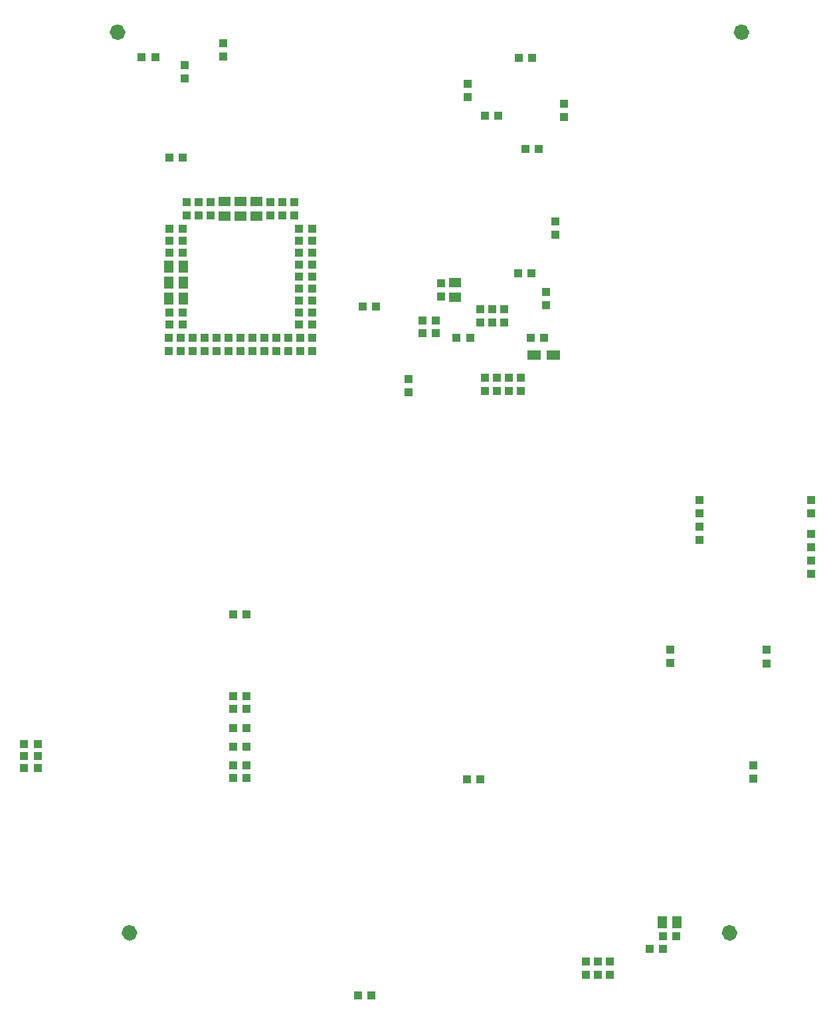
<source format=gbp>
%FSLAX42Y42*%
%MOMM*%
G71*
G01*
G75*
G04 Layer_Color=128*
%ADD10C,1.00*%
%ADD11C,0.25*%
%ADD12R,1.00X1.10*%
%ADD13R,0.60X2.20*%
%ADD14R,1.10X1.00*%
%ADD15C,0.90*%
%ADD16R,2.00X1.80*%
%ADD17R,4.10X4.10*%
%ADD18R,1.55X1.30*%
%ADD19R,1.50X2.15*%
%ADD20R,2.30X2.30*%
%ADD21R,0.25X1.00*%
%ADD22R,1.00X0.25*%
%ADD23R,2.20X0.60*%
%ADD24R,0.30X1.75*%
%ADD25R,1.75X0.30*%
%ADD26R,6.20X6.20*%
%ADD27R,1.35X0.60*%
%ADD28R,1.35X1.00*%
%ADD29R,1.40X0.60*%
%ADD30R,1.50X0.60*%
%ADD31R,1.85X0.35*%
%ADD32R,0.35X1.55*%
%ADD33R,1.80X0.30*%
%ADD34R,0.30X1.80*%
%ADD35R,2.03X0.66*%
%ADD36R,2.75X1.00*%
%ADD37R,1.02X1.91*%
%ADD38R,2.45X2.40*%
%ADD39R,1.80X2.40*%
%ADD40R,1.70X0.50*%
%ADD41R,2.79X3.81*%
%ADD42R,4.60X1.80*%
%ADD43R,1.80X1.60*%
%ADD44R,2.55X2.45*%
%ADD45R,1.50X1.30*%
%ADD46R,1.80X3.20*%
%ADD47R,3.30X2.20*%
%ADD48R,0.65X2.20*%
%ADD49R,5.50X1.50*%
%ADD50R,1.80X2.00*%
%ADD51R,1.30X1.50*%
%ADD52R,0.70X0.90*%
%ADD53R,0.90X0.70*%
%ADD54R,1.00X1.40*%
%ADD55R,1.30X1.55*%
%ADD56R,0.60X1.40*%
%ADD57R,2.50X1.30*%
%ADD58R,1.00X1.70*%
%ADD59R,1.70X1.30*%
%ADD60R,1.20X0.80*%
%ADD61C,0.51*%
%ADD62C,0.64*%
%ADD63C,1.02*%
%ADD64C,2.50*%
%ADD65R,2.50X2.50*%
%ADD66C,3.30*%
%ADD67C,1.80*%
%ADD68R,1.80X1.80*%
%ADD69R,4.00X2.00*%
%ADD70R,2.00X4.00*%
%ADD71R,4.50X2.00*%
%ADD72C,3.50*%
%ADD73C,1.60*%
%ADD74C,1.90*%
%ADD75C,1.40*%
%ADD76C,2.40*%
%ADD77C,1.52*%
%ADD78C,0.60*%
%ADD79C,0.66*%
%ADD80C,4.00*%
%ADD81C,0.76*%
%ADD82C,2.52*%
%ADD83C,4.32*%
%ADD84C,2.12*%
%ADD85O,4.52X2.02*%
%ADD86C,2.02*%
%ADD87C,2.92*%
%ADD88C,2.42*%
%ADD89C,1.92*%
%ADD90C,1.32*%
%ADD91C,1.82*%
%ADD92C,3.52*%
%ADD93C,3.32*%
%ADD94O,4.02X2.02*%
%ADD95O,2.02X4.02*%
%ADD96C,2.73*%
%ADD97C,1.35*%
%ADD98R,1.80X1.25*%
%ADD99C,0.10*%
%ADD100C,0.25*%
%ADD101C,0.20*%
%ADD102C,0.60*%
%ADD103C,0.13*%
%ADD104C,0.03*%
%ADD105C,0.10*%
%ADD106C,0.55*%
%ADD107C,0.15*%
%ADD108R,1.42X0.36*%
%ADD109R,0.36X1.42*%
%ADD110R,2.51X8.92*%
%ADD111C,3.39*%
%ADD112R,1.20X1.30*%
%ADD113R,0.80X2.40*%
%ADD114R,1.30X1.20*%
%ADD115C,1.10*%
%ADD116R,2.20X2.00*%
%ADD117R,4.30X4.30*%
%ADD118R,1.75X1.50*%
%ADD119R,1.65X2.30*%
%ADD120R,2.50X2.50*%
%ADD121R,0.45X1.20*%
%ADD122R,1.20X0.45*%
%ADD123R,2.40X0.80*%
%ADD124R,0.50X1.95*%
%ADD125R,1.95X0.50*%
%ADD126R,6.40X6.40*%
%ADD127R,1.55X0.80*%
%ADD128R,1.55X1.20*%
%ADD129R,1.60X0.80*%
%ADD130R,1.70X0.80*%
%ADD131R,2.05X0.55*%
%ADD132R,0.55X1.75*%
%ADD133R,2.00X0.50*%
%ADD134R,0.50X2.00*%
%ADD135R,2.24X0.86*%
%ADD136R,2.95X1.20*%
%ADD137R,1.22X2.11*%
%ADD138R,2.65X2.60*%
%ADD139R,2.00X2.60*%
%ADD140R,1.90X0.70*%
%ADD141R,3.00X4.01*%
%ADD142R,4.80X2.00*%
%ADD143R,2.00X1.80*%
%ADD144R,2.75X2.65*%
%ADD145R,1.70X1.50*%
%ADD146R,2.00X3.40*%
%ADD147R,3.50X2.40*%
%ADD148R,0.85X2.40*%
%ADD149R,5.70X1.70*%
%ADD150R,2.00X2.20*%
%ADD151R,1.50X1.70*%
%ADD152R,0.90X1.10*%
%ADD153R,1.10X0.90*%
%ADD154R,1.20X1.60*%
%ADD155R,1.50X1.75*%
%ADD156R,0.80X1.60*%
%ADD157R,2.70X1.50*%
%ADD158R,1.20X1.90*%
%ADD159R,1.90X1.50*%
%ADD160R,1.40X1.00*%
%ADD161C,2.70*%
%ADD162R,2.70X2.70*%
%ADD163C,3.50*%
%ADD164C,2.00*%
%ADD165R,2.00X2.00*%
%ADD166R,4.20X2.20*%
%ADD167R,2.20X4.20*%
%ADD168R,4.70X2.20*%
%ADD169C,3.70*%
%ADD170C,1.80*%
%ADD171C,2.10*%
%ADD172C,1.60*%
%ADD173C,2.60*%
%ADD174C,1.73*%
%ADD175C,4.20*%
%ADD176R,2.00X1.45*%
%ADD177C,0.86*%
D10*
X9374Y2654D02*
G03*
X9374Y2654I-50J0D01*
G01*
X9526Y14122D02*
G03*
X9526Y14122I-50J0D01*
G01*
X1726Y2654D02*
G03*
X1726Y2654I-50J0D01*
G01*
X1574Y14122D02*
G03*
X1574Y14122I-50J0D01*
G01*
D12*
X6660Y9724D02*
D03*
Y9554D02*
D03*
X6203Y9554D02*
D03*
Y9724D02*
D03*
X6355Y9724D02*
D03*
Y9554D02*
D03*
X6507Y9724D02*
D03*
Y9554D02*
D03*
X7213Y13214D02*
D03*
Y13044D02*
D03*
X5990Y13296D02*
D03*
Y13466D02*
D03*
X5231Y9706D02*
D03*
Y9536D02*
D03*
X7104Y11713D02*
D03*
Y11543D02*
D03*
X7645Y2290D02*
D03*
Y2120D02*
D03*
X7493Y2290D02*
D03*
Y2120D02*
D03*
X7798Y2290D02*
D03*
Y2120D02*
D03*
X2378Y13530D02*
D03*
Y13700D02*
D03*
X2332Y10230D02*
D03*
Y10060D02*
D03*
X2942Y10230D02*
D03*
Y10060D02*
D03*
X2408Y11787D02*
D03*
Y11957D02*
D03*
X3627Y11787D02*
D03*
Y11957D02*
D03*
X3094Y10230D02*
D03*
Y10060D02*
D03*
X3551Y10230D02*
D03*
Y10060D02*
D03*
X3704Y10230D02*
D03*
Y10060D02*
D03*
X3246Y10230D02*
D03*
Y10060D02*
D03*
X2789Y10230D02*
D03*
Y10060D02*
D03*
X2180Y10230D02*
D03*
Y10060D02*
D03*
X4008Y10230D02*
D03*
Y10060D02*
D03*
X3856Y10230D02*
D03*
Y10060D02*
D03*
X3780Y11787D02*
D03*
Y11957D02*
D03*
X2637Y10230D02*
D03*
Y10060D02*
D03*
X2713Y11787D02*
D03*
Y11957D02*
D03*
X2561Y11787D02*
D03*
Y11957D02*
D03*
X3475Y11787D02*
D03*
Y11957D02*
D03*
X3399Y10230D02*
D03*
Y10060D02*
D03*
X2484Y10230D02*
D03*
Y10060D02*
D03*
X6297Y10593D02*
D03*
Y10423D02*
D03*
X6449Y10593D02*
D03*
Y10423D02*
D03*
X5647Y10758D02*
D03*
Y10928D02*
D03*
X6985Y10817D02*
D03*
Y10646D02*
D03*
X6144Y10423D02*
D03*
Y10593D02*
D03*
X9627Y4620D02*
D03*
Y4790D02*
D03*
X2870Y13809D02*
D03*
Y13979D02*
D03*
X10363Y7996D02*
D03*
Y8166D02*
D03*
X8941Y7996D02*
D03*
Y8166D02*
D03*
X10363Y7566D02*
D03*
Y7736D02*
D03*
X8941Y7826D02*
D03*
Y7656D02*
D03*
X10363Y7396D02*
D03*
Y7226D02*
D03*
X8572Y6088D02*
D03*
Y6258D02*
D03*
X9792Y6086D02*
D03*
Y6256D02*
D03*
D14*
X4817Y10633D02*
D03*
X4647D02*
D03*
X6792Y10234D02*
D03*
X6962D02*
D03*
X6016D02*
D03*
X5846D02*
D03*
X2354Y12522D02*
D03*
X2184D02*
D03*
X6626Y11049D02*
D03*
X6796D02*
D03*
X6722Y12636D02*
D03*
X6892D02*
D03*
X6204Y13056D02*
D03*
X6374D02*
D03*
X6807Y13792D02*
D03*
X6637D02*
D03*
X8477Y2609D02*
D03*
X8647D02*
D03*
X8307Y2451D02*
D03*
X8477D02*
D03*
X2353Y10551D02*
D03*
X2183D02*
D03*
X2353Y11465D02*
D03*
X2183D02*
D03*
X3835Y11618D02*
D03*
X4004D02*
D03*
X3835Y11313D02*
D03*
X4004D02*
D03*
X3835Y11161D02*
D03*
X4004D02*
D03*
X3835Y10856D02*
D03*
X4004D02*
D03*
X3835Y10704D02*
D03*
X4004D02*
D03*
X3835Y10399D02*
D03*
X4004D02*
D03*
X2353Y11618D02*
D03*
X2183D02*
D03*
X2353Y10399D02*
D03*
X2183D02*
D03*
X3835Y11008D02*
D03*
X4004D02*
D03*
X2353Y11313D02*
D03*
X2183D02*
D03*
X3835Y10551D02*
D03*
X4004D02*
D03*
X3835Y11465D02*
D03*
X4004D02*
D03*
X2999Y6705D02*
D03*
X3168D02*
D03*
X2999Y5665D02*
D03*
X3168D02*
D03*
X2999Y5265D02*
D03*
X3168D02*
D03*
Y5025D02*
D03*
X2999D02*
D03*
X3168Y5505D02*
D03*
X2999D02*
D03*
Y4785D02*
D03*
X3168D02*
D03*
X2999Y4625D02*
D03*
X3168D02*
D03*
X5981Y4607D02*
D03*
X6151D02*
D03*
X4759Y1854D02*
D03*
X4589D02*
D03*
X2003Y13806D02*
D03*
X1833D02*
D03*
X334Y5055D02*
D03*
X504D02*
D03*
X334Y4902D02*
D03*
X504D02*
D03*
X334Y4750D02*
D03*
X504D02*
D03*
X5581Y10294D02*
D03*
X5412D02*
D03*
X5581Y10447D02*
D03*
X5412D02*
D03*
D45*
X3297Y11777D02*
D03*
Y11967D02*
D03*
X2891Y11777D02*
D03*
Y11967D02*
D03*
X3094Y11777D02*
D03*
Y11967D02*
D03*
X5826Y10748D02*
D03*
Y10938D02*
D03*
D51*
X8467Y2787D02*
D03*
X8657D02*
D03*
X2364Y10729D02*
D03*
X2174D02*
D03*
X2364Y10932D02*
D03*
X2174D02*
D03*
X2364Y11135D02*
D03*
X2174D02*
D03*
D98*
X7080Y10008D02*
D03*
X6830D02*
D03*
M02*

</source>
